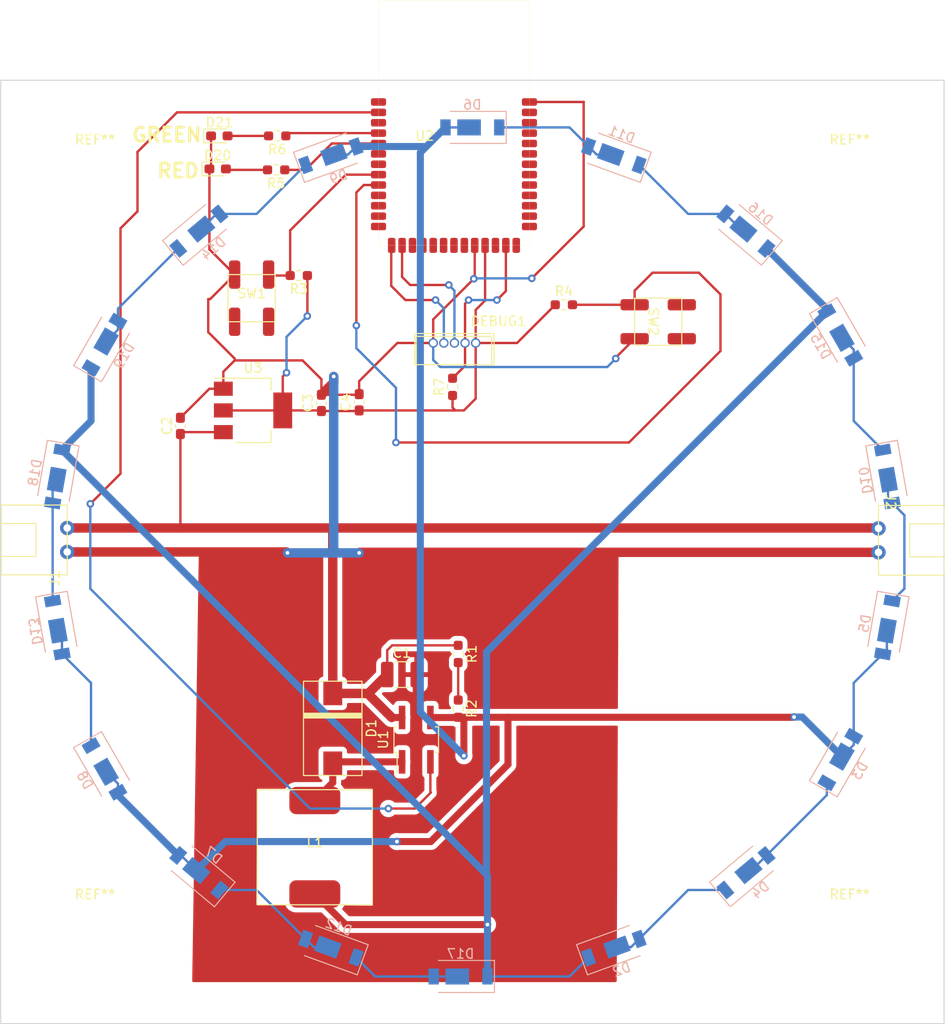
<source format=kicad_pcb>
(kicad_pcb (version 20211014) (generator pcbnew)
  (layers (0 "F.Cu" signal) (31 "B.Cu" signal) (34 "B.Paste" user) (35 "F.Paste" user) (36 "B.SilkS" user "B.Silkscreen") (37 "F.SilkS" user "F.Silkscreen") (38 "B.Mask" user) (39 "F.Mask" user) (44 "Edge.Cuts" user))
  (net 0 "")
  (net 1 "+12V")
  (net 2 "GND")
  (net 3 "+3V3")
  (net 4 "Net-(L1-Pad1)")
  (net 5 "Net-(L1-Pad2)")
  (net 6 "Net-(D2-Pad2)")
  (net 7 "Net-(D3-Pad1)")
  (net 8 "Net-(R2-Pad2)")
  (net 9 "Net-(D5-Pad1)")
  (net 10 "Net-(D6-Pad1)")
  (net 11 "Net-(D7-Pad1)")
  (net 12 "Net-(D8-Pad1)")
  (net 13 "Net-(D9-Pad1)")
  (net 14 "Net-(D10-Pad1)")
  (net 15 "Net-(D11-Pad1)")
  (net 16 "Net-(D12-Pad1)")
  (net 17 "Net-(D13-Pad1)")
  (net 18 "Net-(D14-Pad1)")
  (net 19 "Net-(R5-Pad2)")
  (net 20 "Net-(R6-Pad2)")
  (net 21 "/TMSC")
  (net 22 "/TCKC")
  (net 23 "/RESET")
  (net 24 "Net-(R1-Pad2)")
  (net 25 "/BTN_LEFT")
  (net 26 "/BTN_RIGHT")
  (net 31 "/DIM")
  (net 59 "/LED_GREEN")
  (net 60 "/LED_RED")
  (footprint "custom:XH2-H" (layer "F.Cu") (at 107.049 100 90)
    (fp_text reference "J1" (at -2.8 -1.3 90 unlocked) (layer "F.SilkS"))
    (fp_text value "XH2-L")
    (pad "1" thru_hole circle (at 0 0 90) (size 1.524 1.524) (drill 0.8) (layers *.Cu *.Mask) (net 2 "GND"))
    (pad "2" thru_hole circle (at 2.54 0 90) (size 1.524 1.524) (drill 0.8) (layers *.Cu *.Mask) (net 1 "+12V"))
  )
  (footprint "Package_TO_SOT_SMD:SOT-223" (layer "F.Cu") (at 126.75 85)
    (fp_text reference "U3" (at 0 -4.5) (layer "F.SilkS"))
    (fp_text value "LM1117-3.3")
    (pad "1" smd rect (at -3.15 -2.3) (size 2 1.5) (layers "F.Cu" "F.Paste" "F.Mask") (net 2 "GND"))
    (pad "2" smd rect (at -3.15 0) (size 2 1.5) (layers "F.Cu" "F.Paste" "F.Mask") (net 3 "+3V3"))
    (pad "3" smd rect (at -3.15 2.3) (size 2 1.5) (layers "F.Cu" "F.Paste" "F.Mask") (net 1 "+12V"))
    (pad "4" smd rect (at 3.15 0) (size 2 3.8) (layers "F.Cu" "F.Paste" "F.Mask") (net 3 "+3V3"))
  )
  (footprint "custom:JST-5-male" (layer "F.Cu") (at 145.85 77.85)
    (fp_text reference "DEBUG1" (at 6.9 -2.3 unlocked) (layer "F.SilkS"))
    (fp_text value "JFT-5-MALE")
    (pad "1" thru_hole circle (at 0 0) (size 1 1) (drill 0.7) (layers *.Cu *.Mask) (net 2 "GND"))
    (pad "2" thru_hole circle (at 1.125 0) (size 1 1) (drill 0.7) (layers *.Cu *.Mask) (net 21 "/TMSC"))
    (pad "3" thru_hole circle (at 2.25 0) (size 1 1) (drill 0.7) (layers *.Cu *.Mask) (net 22 "/TCKC"))
    (pad "4" thru_hole circle (at 3.375 0) (size 1 1) (drill 0.7) (layers *.Cu *.Mask) (net 23 "/RESET"))
    (pad "5" thru_hole circle (at 4.5 0) (size 1 1) (drill 0.7) (layers *.Cu *.Mask) (net 3 "+3V3"))
  )
  (footprint "custom:ButtonSMD" (layer "F.Cu") (at 126.6 73.1)
    (fp_text reference "SW1" (at 0 -0.5 unlocked) (layer "F.SilkS"))
    (fp_text value "ButtonSMD")
    (pad "1" smd roundrect (at -1.8 -2.5) (size 1.2 3) (layers "F.Cu" "F.Paste" "F.Mask") (net 2 "GND"))
    (pad "2" smd roundrect (at 1.8 -2.5) (size 1.2 3) (layers "F.Cu" "F.Paste" "F.Mask") (net 25 "/BTN_LEFT"))
    (pad "3" smd roundrect (at -1.8 2.5) (size 1.2 3) (layers "F.Cu" "F.Paste" "F.Mask"))
    (pad "4" smd roundrect (at 1.8 2.5) (size 1.2 3) (layers "F.Cu" "F.Paste" "F.Mask"))
  )
  (footprint "MountingHole:MountingHole_2.7mm" (layer "F.Cu") (at 110 60)
    (fp_text reference "REF**" (at 0 -3.7) (layer "F.SilkS"))
    (fp_text value "MountingHole_2.7mm")
    (pad "" np_thru_hole circle locked (at 0 0) (size 2.7 2.7) (drill 2.7) (layers *.Cu *.Mask))
  )
  (footprint "MountingHole:MountingHole_2.7mm" (layer "F.Cu") (at 190 140)
    (fp_text reference "REF**" (at 0 -3.7) (layer "F.SilkS"))
    (fp_text value "MountingHole_2.7mm")
    (pad "" np_thru_hole circle locked (at 0 0) (size 2.7 2.7) (drill 2.7) (layers *.Cu *.Mask))
  )
  (footprint "Resistor_SMD:R_0603_1608Metric_Pad0.98x0.95mm_HandSolder" (layer "F.Cu") (at 148.5 110.8125 -90)
    (fp_text reference "R1" (at 0 -1.43 90) (layer "F.SilkS"))
    (fp_text value "0.13")
    (pad "1" smd roundrect (at -0.9125 0 270) (size 0.975 0.95) (layers "F.Cu" "F.Paste" "F.Mask") (net 1 "+12V"))
    (pad "2" smd roundrect (at 0.9125 0 270) (size 0.975 0.95) (layers "F.Cu" "F.Paste" "F.Mask") (net 24 "Net-(R1-Pad2)"))
  )
  (footprint "Capacitor_SMD:C_1210_3225Metric_Pad1.33x2.70mm_HandSolder" (layer "F.Cu") (at 142.5375 113)
    (fp_text reference "C1" (at 0 -2.3) (layer "F.SilkS"))
    (fp_text value "100uf")
    (pad "1" smd roundrect (at -1.5625 0) (size 1.325 2.7) (layers "F.Cu" "F.Paste" "F.Mask") (roundrect_rratio 0.1886792453) (net 1 "+12V"))
    (pad "2" smd roundrect (at 1.5625 0) (size 1.325 2.7) (layers "F.Cu" "F.Paste" "F.Mask") (roundrect_rratio 0.1886792453) (net 2 "GND"))
  )
  (footprint "Capacitor_SMD:C_0603_1608Metric_Pad1.08x0.95mm_HandSolder" (layer "F.Cu") (at 119.05 86.6375 90)
    (fp_text reference "C2" (at 0 -1.43 90) (layer "F.SilkS"))
    (fp_text value "10uF")
    (pad "1" smd roundrect (at -0.8625 0 90) (size 1.075 0.95) (layers "F.Cu" "F.Paste" "F.Mask") (net 1 "+12V"))
    (pad "2" smd roundrect (at 0.8625 0 90) (size 1.075 0.95) (layers "F.Cu" "F.Paste" "F.Mask") (net 2 "GND"))
  )
  (footprint "custom:ButtonSMD" (layer "F.Cu") (at 169.7 75.6 90)
    (fp_text reference "SW2" (at 0 -0.5 270 unlocked) (layer "F.SilkS"))
    (fp_text value "ButtonSMD")
    (pad "1" smd roundrect (at -1.8 -2.5 90) (size 1.2 3) (layers "F.Cu" "F.Paste" "F.Mask") (net 2 "GND"))
    (pad "2" smd roundrect (at 1.8 -2.5 90) (size 1.2 3) (layers "F.Cu" "F.Paste" "F.Mask") (net 26 "/BTN_RIGHT"))
    (pad "3" smd roundrect (at -1.8 2.5 90) (size 1.2 3) (layers "F.Cu" "F.Paste" "F.Mask"))
    (pad "4" smd roundrect (at 1.8 2.5 90) (size 1.2 3) (layers "F.Cu" "F.Paste" "F.Mask"))
  )
  (footprint "Capacitor_SMD:C_0603_1608Metric_Pad1.08x0.95mm_HandSolder" (layer "F.Cu") (at 138 84.1375 90)
    (fp_text reference "C4" (at 0 -1.43 90) (layer "F.SilkS"))
    (fp_text value "100nF")
    (pad "1" smd roundrect (at -0.8625 0 90) (size 1.075 0.95) (layers "F.Cu" "F.Paste" "F.Mask") (net 3 "+3V3"))
    (pad "2" smd roundrect (at 0.8625 0 90) (size 1.075 0.95) (layers "F.Cu" "F.Paste" "F.Mask") (net 2 "GND"))
  )
  (footprint "Resistor_SMD:R_0603_1608Metric_Pad0.98x0.95mm_HandSolder" (layer "F.Cu") (at 129.2 59.5 180)
    (fp_text reference "R5" (at 0 -1.43) (layer "F.SilkS"))
    (fp_text value "1k")
    (pad "1" smd roundrect (at -0.9125 0 180) (size 0.975 0.95) (layers "F.Cu" "F.Paste" "F.Mask") (net 59 "/LED_GREEN"))
    (pad "2" smd roundrect (at 0.9125 0 180) (size 0.975 0.95) (layers "F.Cu" "F.Paste" "F.Mask") (net 19 "Net-(R5-Pad2)"))
  )
  (footprint "Resistor_SMD:R_0603_1608Metric_Pad0.98x0.95mm_HandSolder" (layer "F.Cu") (at 159.7 73.8)
    (fp_text reference "R4" (at 0 -1.43) (layer "F.SilkS"))
    (fp_text value "1k")
    (pad "1" smd roundrect (at -0.9125 0) (size 0.975 0.95) (layers "F.Cu" "F.Paste" "F.Mask") (net 3 "+3V3"))
    (pad "2" smd roundrect (at 0.9125 0) (size 0.975 0.95) (layers "F.Cu" "F.Paste" "F.Mask") (net 26 "/BTN_RIGHT"))
  )
  (footprint "Resistor_SMD:R_0603_1608Metric_Pad0.98x0.95mm_HandSolder" (layer "F.Cu") (at 129.3125 55.9 180)
    (fp_text reference "R6" (at 0 -1.43) (layer "F.SilkS"))
    (fp_text value "1k")
    (pad "1" smd roundrect (at -0.9125 0 180) (size 0.975 0.95) (layers "F.Cu" "F.Paste" "F.Mask") (net 60 "/LED_RED"))
    (pad "2" smd roundrect (at 0.9125 0 180) (size 0.975 0.95) (layers "F.Cu" "F.Paste" "F.Mask") (net 20 "Net-(R6-Pad2)"))
  )
  (footprint "MountingHole:MountingHole_2.7mm" (layer "F.Cu") (at 190 60)
    (fp_text reference "REF**" (at 0 -3.7) (layer "F.SilkS"))
    (fp_text value "MountingHole_2.7mm")
    (pad "" np_thru_hole circle locked (at 0 0) (size 2.7 2.7) (drill 2.7) (layers *.Cu *.Mask))
  )
  (footprint "LED_SMD:LED_0603_1608Metric_Pad1.05x0.95mm_HandSolder" (layer "F.Cu") (at 123.175 55.9)
    (fp_text reference "D21" (at 0 -1.43) (layer "F.SilkS"))
    (fp_text value "LED")
    (pad "1" smd roundrect (at -0.875 0) (size 1.05 0.95) (layers "F.Cu" "F.Paste" "F.Mask") (net 2 "GND"))
    (pad "2" smd roundrect (at 0.875 0) (size 1.05 0.95) (layers "F.Cu" "F.Paste" "F.Mask") (net 20 "Net-(R6-Pad2)"))
  )
  (footprint "Resistor_SMD:R_0603_1608Metric_Pad0.98x0.95mm_HandSolder" (layer "F.Cu") (at 131.6 70.7 180)
    (fp_text reference "R3" (at 0 -1.43) (layer "F.SilkS"))
    (fp_text value "1k")
    (pad "1" smd roundrect (at -0.9125 0 180) (size 0.975 0.95) (layers "F.Cu" "F.Paste" "F.Mask") (net 3 "+3V3"))
    (pad "2" smd roundrect (at 0.9125 0 180) (size 0.975 0.95) (layers "F.Cu" "F.Paste" "F.Mask") (net 25 "/BTN_LEFT"))
  )
  (footprint "LED_SMD:LED_0603_1608Metric_Pad1.05x0.95mm_HandSolder" (layer "F.Cu") (at 123 59.4)
    (fp_text reference "D20" (at 0 -1.43) (layer "F.SilkS"))
    (fp_text value "LED")
    (pad "1" smd roundrect (at -0.875 0) (size 1.05 0.95) (layers "F.Cu" "F.Paste" "F.Mask") (net 2 "GND"))
    (pad "2" smd roundrect (at 0.875 0) (size 1.05 0.95) (layers "F.Cu" "F.Paste" "F.Mask") (net 19 "Net-(R5-Pad2)"))
  )
  (footprint "custom:SS34" (layer "F.Cu") (at 135.2 118.7 -90)
    (fp_text reference "D1" (at 0 -4.1 90) (layer "F.SilkS"))
    (fp_text value "SS34")
    (pad "1" smd rect (at -3.7 0) (size 2 2.5) (layers "F.Cu" "F.Paste" "F.Mask") (net 1 "+12V"))
    (pad "2" smd rect (at 3.7 0) (size 2 2.5) (layers "F.Cu" "F.Paste" "F.Mask") (net 4 "Net-(L1-Pad1)"))
  )
  (footprint "custom:XH2-H" (layer "F.Cu") (at 193.051 97.5 -90)
    (fp_text reference "J2" (at -2.8 -1.3 -90 unlocked) (layer "F.SilkS"))
    (fp_text value "XH2-L")
    (pad "1" thru_hole circle (at 0 0 270) (size 1.524 1.524) (drill 0.8) (layers *.Cu *.Mask) (net 1 "+12V"))
    (pad "2" thru_hole circle (at 2.54 0 270) (size 1.524 1.524) (drill 0.8) (layers *.Cu *.Mask) (net 2 "GND"))
  )
  (footprint "MountingHole:MountingHole_2.7mm" (layer "F.Cu") (at 110 140)
    (fp_text reference "REF**" (at 0 -3.7) (layer "F.SilkS"))
    (fp_text value "MountingHole_2.7mm")
    (pad "" np_thru_hole circle locked (at 0 0) (size 2.7 2.7) (drill 2.7) (layers *.Cu *.Mask))
  )
  (footprint "Resistor_SMD:R_0603_1608Metric_Pad0.98x0.95mm_HandSolder" (layer "F.Cu") (at 148.5 116.6125 -90)
    (fp_text reference "R2" (at 0 -1.43 90) (layer "F.SilkS"))
    (fp_text value "0.13")
    (pad "1" smd roundrect (at -0.9125 0 270) (size 0.975 0.95) (layers "F.Cu" "F.Paste" "F.Mask") (net 24 "Net-(R1-Pad2)"))
    (pad "2" smd roundrect (at 0.9125 0 270) (size 0.975 0.95) (layers "F.Cu" "F.Paste" "F.Mask") (net 8 "Net-(R2-Pad2)"))
  )
  (footprint "Resistor_SMD:R_0603_1608Metric_Pad0.98x0.95mm_HandSolder" (layer "F.Cu") (at 147.9 82.5 90)
    (fp_text reference "R7" (at 0 -1.43 90) (layer "F.SilkS"))
    (fp_text value "4.7k")
    (pad "1" smd roundrect (at -0.9125 0 90) (size 0.975 0.95) (layers "F.Cu" "F.Paste" "F.Mask") (net 3 "+3V3"))
    (pad "2" smd roundrect (at 0.9125 0 90) (size 0.975 0.95) (layers "F.Cu" "F.Paste" "F.Mask") (net 23 "/RESET"))
  )
  (footprint "Package_TO_SOT_SMD:SOT-89-5_Handsoldering" (layer "F.Cu") (at 144.05 119.9 90)
    (fp_text reference "U1" (at 0 -3.5 90) (layer "F.SilkS"))
    (fp_text value "PT4115")
    (pad "1" smd rect (at -2.35 -1.5 90) (size 2.5 0.7) (layers "F.Cu" "F.Paste" "F.Mask") (net 4 "Net-(L1-Pad1)"))
    (pad "2" smd custom (at 0 0 90) (size 0.8 2) (layers "F.Cu" "F.Paste" "F.Mask") (net 2 "GND") (options (clearance outline) (anchor rect)) (primitives (gr_poly (pts (xy 0.9 -0.5) (xy 3.6 -0.5) (xy 3.6 0.5) (xy 0.9 0.5) (xy 0.4 1) (xy -0.4 1) (xy -0.9 0.5) (xy -3.6 0.5) (xy -3.6 -0.5) (xy -0.9 -0.5) (xy -0.4 -1) (xy 0.4 -1)) (width 0) (fill yes))))
    (pad "3" smd rect (at -2.35 1.5 90) (size 2.5 0.7) (layers "F.Cu" "F.Paste" "F.Mask") (net 31 "/DIM"))
    (pad "4" smd rect (at 2.35 1.5 90) (size 2.5 0.7) (layers "F.Cu" "F.Paste" "F.Mask") (net 8 "Net-(R2-Pad2)"))
    (pad "5" smd rect (at 2.35 -1.5 90) (size 2.5 0.7) (layers "F.Cu" "F.Paste" "F.Mask") (net 1 "+12V"))
  )
  (footprint "custom:E72-2G4M05S1F" (layer "F.Cu") (at 140.05 67.505)
    (fp_text reference "U2" (at 4.9 -11.6 unlocked) (layer "F.SilkS"))
    (fp_text value "E72-2G4M05S1F")
    (pad "1" smd roundrect (at 0 -15.2) (size 1.6 0.8) (layers "F.Cu" "F.Paste" "F.Mask"))
    (pad "2" smd roundrect (at 0 -14.1) (size 1.6 0.8) (layers "F.Cu" "F.Paste" "F.Mask") (net 31 "/DIM"))
    (pad "3" smd roundrect (at 0 -13) (size 1.6 0.8) (layers "F.Cu" "F.Paste" "F.Mask"))
    (pad "4" smd roundrect (at 0 -11.9) (size 1.6 0.8) (layers "F.Cu" "F.Paste" "F.Mask") (net 60 "/LED_RED"))
    (pad "5" smd roundrect (at 0 -10.8) (size 1.6 0.8) (layers "F.Cu" "F.Paste" "F.Mask") (net 59 "/LED_GREEN"))
    (pad "6" smd roundrect (at 0 -9.7) (size 1.6 0.8) (layers "F.Cu" "F.Paste" "F.Mask"))
    (pad "7" smd roundrect (at 0 -8.6) (size 1.6 0.8) (layers "F.Cu" "F.Paste" "F.Mask"))
    (pad "8" smd roundrect (at 0 -7.5) (size 1.6 0.8) (layers "F.Cu" "F.Paste" "F.Mask") (net 25 "/BTN_LEFT"))
    (pad "9" smd roundrect (at 0 -6.4) (size 1.6 0.8) (layers "F.Cu" "F.Paste" "F.Mask") (net 26 "/BTN_RIGHT"))
    (pad "10" smd roundrect (at 0 -5.3) (size 1.6 0.8) (layers "F.Cu" "F.Paste" "F.Mask"))
    (pad "11" smd roundrect (at 0 -4.2) (size 1.6 0.8) (layers "F.Cu" "F.Paste" "F.Mask"))
    (pad "12" smd roundrect (at 0 -3.1) (size 1.6 0.8) (layers "F.Cu" "F.Paste" "F.Mask"))
    (pad "13" smd roundrect (at 0 -2) (size 1.6 0.8) (layers "F.Cu" "F.Paste" "F.Mask"))
    (pad "14" smd roundrect (at 1.4 0) (size 0.8 1.6) (layers "F.Cu" "F.Paste" "F.Mask") (net 21 "/TMSC"))
    (pad "15" smd roundrect (at 2.5 0) (size 0.8 1.6) (layers "F.Cu" "F.Paste" "F.Mask") (net 22 "/TCKC"))
    (pad "16" smd roundrect (at 3.6 0) (size 0.8 1.6) (layers "F.Cu" "F.Paste" "F.Mask"))
    (pad "17" smd roundrect (at 4.7 0) (size 0.8 1.6) (layers "F.Cu" "F.Paste" "F.Mask"))
    (pad "18" smd roundrect (at 5.8 0) (size 0.8 1.6) (layers "F.Cu" "F.Paste" "F.Mask"))
    (pad "19" smd roundrect (at 6.9 0) (size 0.8 1.6) (layers "F.Cu" "F.Paste" "F.Mask"))
    (pad "20" smd roundrect (at 8 0) (size 0.8 1.6) (layers "F.Cu" "F.Paste" "F.Mask"))
    (pad "21" smd roundrect (at 9.1 0) (size 0.8 1.6) (layers "F.Cu" "F.Paste" "F.Mask"))
    (pad "22" smd roundrect (at 10.2 0) (size 0.8 1.6) (layers "F.Cu" "F.Paste" "F.Mask") (net 2 "GND"))
    (pad "23" smd roundrect (at 11.3 0) (size 0.8 1.6) (layers "F.Cu" "F.Paste" "F.Mask") (net 3 "+3V3"))
    (pad "24" smd roundrect (at 12.4 0) (size 0.8 1.6) (layers "F.Cu" "F.Paste" "F.Mask"))
    (pad "25" smd roundrect (at 13.5 0) (size 0.8 1.6) (layers "F.Cu" "F.Paste" "F.Mask") (net 23 "/RESET"))
    (pad "26" smd roundrect (at 14.6 0) (size 0.8 1.6) (layers "F.Cu" "F.Paste" "F.Mask"))
    (pad "27" smd roundrect (at 16 -2) (size 1.6 0.8) (layers "F.Cu" "F.Paste" "F.Mask"))
    (pad "28" smd roundrect (at 16 -3.1) (size 1.6 0.8) (layers "F.Cu" "F.Paste" "F.Mask"))
    (pad "29" smd roundrect (at 16 -4.2) (size 1.6 0.8) (layers "F.Cu" "F.Paste" "F.Mask"))
    (pad "30" smd roundrect (at 16 -5.3) (size 1.6 0.8) (layers "F.Cu" "F.Paste" "F.Mask"))
    (pad "31" smd roundrect (at 16 -6.4) (size 1.6 0.8) (layers "F.Cu" "F.Paste" "F.Mask"))
    (pad "32" smd roundrect (at 16 -7.5) (size 1.6 0.8) (layers "F.Cu" "F.Paste" "F.Mask"))
    (pad "33" smd roundrect (at 16 -8.6) (size 1.6 0.8) (layers "F.Cu" "F.Paste" "F.Mask"))
    (pad "34" smd roundrect (at 16 -9.7) (size 1.6 0.8) (layers "F.Cu" "F.Paste" "F.Mask"))
    (pad "35" smd roundrect (at 16 -10.8) (size 1.6 0.8) (layers "F.Cu" "F.Paste" "F.Mask"))
    (pad "36" smd roundrect (at 16 -11.9) (size 1.6 0.8) (layers "F.Cu" "F.Paste" "F.Mask"))
    (pad "37" smd roundrect (at 16 -13) (size 1.6 0.8) (layers "F.Cu" "F.Paste" "F.Mask"))
    (pad "38" smd roundrect (at 16 -14.1) (size 1.6 0.8) (layers "F.Cu" "F.Paste" "F.Mask"))
    (pad "39" smd roundrect (at 16 -15.2) (size 1.6 0.8) (layers "F.Cu" "F.Paste" "F.Mask") (net 2 "GND"))
  )
  (footprint "Capacitor_SMD:C_0603_1608Metric_Pad1.08x0.95mm_HandSolder" (layer "F.Cu") (at 134 84.2 90)
    (fp_text reference "C3" (at 0 -1.43 90) (layer "F.SilkS"))
    (fp_text value "10uF")
    (pad "1" smd roundrect (at -0.8625 0 90) (size 1.075 0.95) (layers "F.Cu" "F.Paste" "F.Mask") (net 3 "+3V3"))
    (pad "2" smd roundrect (at 0.8625 0 90) (size 1.075 0.95) (layers "F.Cu" "F.Paste" "F.Mask") (net 2 "GND"))
  )
  (footprint "custom:RH127" (layer "F.Cu") (at 133.3 131.3)
    (fp_text reference "L1" (at 0 -0.5 unlocked) (layer "F.SilkS"))
    (fp_text value "68uh")
    (pad "1" smd roundrect (at 0 -4.95) (size 5.4 2.9) (layers "F.Cu" "F.Paste" "F.Mask") (net 4 "Net-(L1-Pad1)"))
    (pad "2" smd roundrect (at 0 4.95) (size 5.4 2.9) (layers "F.Cu" "F.Paste" "F.Mask") (net 5 "Net-(L1-Pad2)"))
  )
  (footprint "LED_SMD:LED_Yuji_5730" (layer "B.Cu") (at 135 142 160)
    (fp_text reference "D12" (at 0 2.4 160) (layer "B.SilkS") (effects (justify mirror)))
    (fp_text value "LED")
    (pad "1" smd rect (at -2.85 0 160) (size 1.1 1.7) (layers "B.Cu" "B.Paste" "B.Mask") (net 16 "Net-(D12-Pad1)"))
    (pad "2" smd rect (at 2.85 0 160) (size 1.1 1.7) (layers "B.Cu" "B.Paste" "B.Mask") (net 11 "Net-(D7-Pad1)"))
    (pad "2" smd rect (at 0.35 0 160) (size 2.5 1.7) (layers "B.Cu" "B.Paste" "B.Mask") (net 11 "Net-(D7-Pad1)"))
  )
  (footprint "LED_SMD:LED_Yuji_5730" (layer "B.Cu") (at 111 123 -60)
    (fp_text reference "D8" (at 0 2.4 120) (layer "B.SilkS") (effects (justify mirror)))
    (fp_text value "LED")
    (pad "1" smd rect (at -2.85 0 300) (size 1.1 1.7) (layers "B.Cu" "B.Paste" "B.Mask") (net 12 "Net-(D8-Pad1)"))
    (pad "2" smd rect (at 2.85 0 300) (size 1.1 1.7) (layers "B.Cu" "B.Paste" "B.Mask") (net 8 "Net-(R2-Pad2)"))
    (pad "2" smd rect (at 0.35 0 300) (size 2.5 1.7) (layers "B.Cu" "B.Paste" "B.Mask") (net 8 "Net-(R2-Pad2)"))
  )
  (footprint "LED_SMD:LED_Yuji_5730" (layer "B.Cu") (at 135 58 20)
    (fp_text reference "D9" (at 0 2.4 20) (layer "B.SilkS") (effects (justify mirror)))
    (fp_text value "LED")
    (pad "1" smd rect locked (at -2.85 0 20) (size 1.1 1.7) (layers "B.Cu" "B.Paste" "B.Mask") (net 13 "Net-(D9-Pad1)"))
    (pad "2" smd rect locked (at 2.85 0 20) (size 1.1 1.7) (layers "B.Cu" "B.Paste" "B.Mask") (net 8 "Net-(R2-Pad2)"))
    (pad "2" smd rect locked (at 0.35 0 20) (size 2.5 1.7) (layers "B.Cu" "B.Paste" "B.Mask") (net 8 "Net-(R2-Pad2)"))
  )
  (footprint "LED_SMD:LED_Yuji_5730" (layer "B.Cu") (at 111 78 60)
    (fp_text reference "D19" (at 0 2.4 60) (layer "B.SilkS") (effects (justify mirror)))
    (fp_text value "LED")
    (pad "1" smd rect locked (at -2.85 0 60) (size 1.1 1.7) (layers "B.Cu" "B.Paste" "B.Mask") (net 5 "Net-(L1-Pad2)"))
    (pad "2" smd rect locked (at 2.85 0 60) (size 1.1 1.7) (layers "B.Cu" "B.Paste" "B.Mask") (net 18 "Net-(D14-Pad1)"))
    (pad "2" smd rect locked (at 0.35 0 60) (size 2.5 1.7) (layers "B.Cu" "B.Paste" "B.Mask") (net 18 "Net-(D14-Pad1)"))
  )
  (footprint "LED_SMD:LED_Yuji_5730" (layer "B.Cu") (at 194 108 -100)
    (fp_text reference "D5" (at 0 2.4 80) (layer "B.SilkS") (effects (justify mirror)))
    (fp_text value "LED")
    (pad "1" smd rect locked (at -2.85 0 260) (size 1.1 1.7) (layers "B.Cu" "B.Paste" "B.Mask") (net 9 "Net-(D5-Pad1)"))
    (pad "2" smd rect locked (at 0.35 0 260) (size 2.5 1.7) (layers "B.Cu" "B.Paste" "B.Mask") (net 8 "Net-(R2-Pad2)"))
    (pad "2" smd rect locked (at 2.85 0 260) (size 1.1 1.7) (layers "B.Cu" "B.Paste" "B.Mask") (net 8 "Net-(R2-Pad2)"))
  )
  (footprint "LED_SMD:LED_Yuji_5730" (layer "B.Cu") (at 165 58 160)
    (fp_text reference "D11" (at 0 2.4 160) (layer "B.SilkS") (effects (justify mirror)))
    (fp_text value "LED")
    (pad "1" smd rect locked (at -2.85 0 160) (size 1.1 1.7) (layers "B.Cu" "B.Paste" "B.Mask") (net 15 "Net-(D11-Pad1)"))
    (pad "2" smd rect locked (at 2.85 0 160) (size 1.1 1.7) (layers "B.Cu" "B.Paste" "B.Mask") (net 10 "Net-(D6-Pad1)"))
    (pad "2" smd rect locked (at 0.35 0 160) (size 2.5 1.7) (layers "B.Cu" "B.Paste" "B.Mask") (net 10 "Net-(D6-Pad1)"))
  )
  (footprint "LED_SMD:LED_Yuji_5730" (layer "B.Cu") (at 189 77 -60)
    (fp_text reference "D15" (at 0 2.4 120) (layer "B.SilkS") (effects (justify mirror)))
    (fp_text value "LED")
    (pad "1" smd rect locked (at -2.85 0 300) (size 1.1 1.7) (layers "B.Cu" "B.Paste" "B.Mask") (net 5 "Net-(L1-Pad2)"))
    (pad "2" smd rect locked (at 0.35 0 300) (size 2.5 1.7) (layers "B.Cu" "B.Paste" "B.Mask") (net 14 "Net-(D10-Pad1)"))
    (pad "2" smd rect locked (at 2.85 0 300) (size 1.1 1.7) (layers "B.Cu" "B.Paste" "B.Mask") (net 14 "Net-(D10-Pad1)"))
  )
  (footprint "LED_SMD:LED_Yuji_5730" (layer "B.Cu") (at 121 66 40)
    (fp_text reference "D14" (at 0 2.4 40) (layer "B.SilkS") (effects (justify mirror)))
    (fp_text value "LED")
    (pad "1" smd rect locked (at -2.85 0 40) (size 1.1 1.7) (layers "B.Cu" "B.Paste" "B.Mask") (net 18 "Net-(D14-Pad1)"))
    (pad "2" smd rect locked (at 2.85 0 40) (size 1.1 1.7) (layers "B.Cu" "B.Paste" "B.Mask") (net 13 "Net-(D9-Pad1)"))
    (pad "2" smd rect locked (at 0.35 0 40) (size 2.5 1.7) (layers "B.Cu" "B.Paste" "B.Mask") (net 13 "Net-(D9-Pad1)"))
  )
  (footprint "LED_SMD:LED_Yuji_5730" (layer "B.Cu") (at 179 66 140)
    (fp_text reference "D16" (at 0 2.4 140) (layer "B.SilkS") (effects (justify mirror)))
    (fp_text value "LED")
    (pad "1" smd rect locked (at -2.85 0 140) (size 1.1 1.7) (layers "B.Cu" "B.Paste" "B.Mask") (net 5 "Net-(L1-Pad2)"))
    (pad "2" smd rect locked (at 2.85 0 140) (size 1.1 1.7) (layers "B.Cu" "B.Paste" "B.Mask") (net 15 "Net-(D11-Pad1)"))
    (pad "2" smd rect locked (at 0.35 0 140) (size 2.5 1.7) (layers "B.Cu" "B.Paste" "B.Mask") (net 15 "Net-(D11-Pad1)"))
  )
  (footprint "LED_SMD:LED_Yuji_5730" (layer "B.Cu") (at 148.75 145 180)
    (fp_text reference "D17" (at 0 2.4) (layer "B.SilkS") (effects (justify mirror)))
    (fp_text value "LED")
    (pad "1" smd rect locked (at -2.85 0 180) (size 1.1 1.7) (layers "B.Cu" "B.Paste" "B.Mask") (net 5 "Net-(L1-Pad2)"))
    (pad "2" smd rect locked (at 2.85 0 180) (size 1.1 1.7) (layers "B.Cu" "B.Paste" "B.Mask") (net 16 "Net-(D12-Pad1)"))
    (pad "2" smd rect locked (at 0.35 0 180) (size 2.5 1.7) (layers "B.Cu" "B.Paste" "B.Mask") (net 16 "Net-(D12-Pad1)"))
  )
  (footprint "LED_SMD:LED_Yuji_5730" (layer "B.Cu") (at 194 92 -80)
    (fp_text reference "D10" (at 0 2.4 100) (layer "B.SilkS") (effects (justify mirror)))
    (fp_text value "LED")
    (pad "1" smd rect locked (at -2.85 0 280) (size 1.1 1.7) (layers "B.Cu" "B.Paste" "B.Mask") (net 14 "Net-(D10-Pad1)"))
    (pad "2" smd rect locked (at 2.85 0 280) (size 1.1 1.7) (layers "B.Cu" "B.Paste" "B.Mask") (net 9 "Net-(D5-Pad1)"))
    (pad "2" smd rect locked (at 0.35 0 280) (size 2.5 1.7) (layers "B.Cu" "B.Paste" "B.Mask") (net 9 "Net-(D5-Pad1)"))
  )
  (footprint "LED_SMD:LED_Yuji_5730" (layer "B.Cu") (at 189 122 60)
    (fp_text reference "D3" (at 0 2.4 60) (layer "B.SilkS") (effects (justify mirror)))
    (fp_text value "LED")
    (pad "1" smd rect locked (at -2.85 0 60) (size 1.1 1.7) (layers "B.Cu" "B.Paste" "B.Mask") (net 7 "Net-(D3-Pad1)"))
    (pad "2" smd rect locked (at 2.85 0 60) (size 1.1 1.7) (layers "B.Cu" "B.Paste" "B.Mask") (net 8 "Net-(R2-Pad2)"))
    (pad "2" smd rect locked (at 0.35 0 60) (size 2.5 1.7) (layers "B.Cu" "B.Paste" "B.Mask") (net 8 "Net-(R2-Pad2)"))
  )
  (footprint "LED_SMD:LED_Yuji_5730" (layer "B.Cu") (at 121 134 140)
    (fp_text reference "D7" (at 0 2.4 140) (layer "B.SilkS") (effects (justify mirror)))
    (fp_text value "LED")
    (pad "1" smd rect (at -2.85 0 140) (size 1.1 1.7) (layers "B.Cu" "B.Paste" "B.Mask") (net 11 "Net-(D7-Pad1)"))
    (pad "2" smd rect (at 0.35 0 140) (size 2.5 1.7) (layers "B.Cu" "B.Paste" "B.Mask") (net 8 "Net-(R2-Pad2)"))
    (pad "2" smd rect (at 2.85 0 140) (size 1.1 1.7) (layers "B.Cu" "B.Paste" "B.Mask") (net 8 "Net-(R2-Pad2)"))
  )
  (footprint "LED_SMD:LED_Yuji_5730" (layer "B.Cu") (at 165 142 20)
    (fp_text reference "D2" (at 0 2.4 20) (layer "B.SilkS") (effects (justify mirror)))
    (fp_text value "LED")
    (pad "1" smd rect locked (at -2.85 0 20) (size 1.1 1.7) (layers "B.Cu" "B.Paste" "B.Mask") (net 5 "Net-(L1-Pad2)"))
    (pad "2" smd rect locked (at 2.85 0 20) (size 1.1 1.7) (layers "B.Cu" "B.Paste" "B.Mask") (net 6 "Net-(D2-Pad2)"))
    (pad "2" smd rect locked (at 0.35 0 20) (size 2.5 1.7) (layers "B.Cu" "B.Paste" "B.Mask") (net 6 "Net-(D2-Pad2)"))
  )
  (footprint "LED_SMD:LED_Yuji_5730" (layer "B.Cu") (at 106 92 -100)
    (fp_text reference "D18" (at 0 2.4 80) (layer "B.SilkS") (effects (justify mirror)))
    (fp_text value "LED")
    (pad "1" smd rect (at -2.85 0 260) (size 1.1 1.7) (layers "B.Cu" "B.Paste" "B.Mask") (net 5 "Net-(L1-Pad2)"))
    (pad "2" smd rect (at 0.35 0 260) (size 2.5 1.7) (layers "B.Cu" "B.Paste" "B.Mask") (net 17 "Net-(D13-Pad1)"))
    (pad "2" smd rect (at 2.85 0 260) (size 1.1 1.7) (layers "B.Cu" "B.Paste" "B.Mask") (net 17 "Net-(D13-Pad1)"))
  )
  (footprint "LED_SMD:LED_Yuji_5730" (layer "B.Cu") (at 106 108 -80)
    (fp_text reference "D13" (at 0 2.4 100) (layer "B.SilkS") (effects (justify mirror)))
    (fp_text value "LED")
    (pad "1" smd rect (at -2.85 0 280) (size 1.1 1.7) (layers "B.Cu" "B.Paste" "B.Mask") (net 17 "Net-(D13-Pad1)"))
    (pad "2" smd rect (at 0.35 0 280) (size 2.5 1.7) (layers "B.Cu" "B.Paste" "B.Mask") (net 12 "Net-(D8-Pad1)"))
    (pad "2" smd rect (at 2.85 0 280) (size 1.1 1.7) (layers "B.Cu" "B.Paste" "B.Mask") (net 12 "Net-(D8-Pad1)"))
  )
  (footprint "LED_SMD:LED_Yuji_5730" (layer "B.Cu") (at 150 55 180)
    (fp_text reference "D6" (at 0 2.4) (layer "B.SilkS") (effects (justify mirror)))
    (fp_text value "LED")
    (pad "1" smd rect locked (at -2.85 0 180) (size 1.1 1.7) (layers "B.Cu" "B.Paste" "B.Mask") (net 10 "Net-(D6-Pad1)"))
    (pad "2" smd rect locked (at 0.35 0 180) (size 2.5 1.7) (layers "B.Cu" "B.Paste" "B.Mask") (net 8 "Net-(R2-Pad2)"))
    (pad "2" smd rect locked (at 2.85 0 180) (size 1.1 1.7) (layers "B.Cu" "B.Paste" "B.Mask") (net 8 "Net-(R2-Pad2)"))
  )
  (footprint "LED_SMD:LED_Yuji_5730" (layer "B.Cu") (at 179 134 40)
    (fp_text reference "D4" (at 0 2.4 40) (layer "B.SilkS") (effects (justify mirror)))
    (fp_text value "LED")
    (pad "1" smd rect locked (at -2.85 0 40) (size 1.1 1.7) (layers "B.Cu" "B.Paste" "B.Mask") (net 6 "Net-(D2-Pad2)"))
    (pad "2" smd rect locked (at 0.35 0 40) (size 2.5 1.7) (layers "B.Cu" "B.Paste" "B.Mask") (net 7 "Net-(D3-Pad1)"))
    (pad "2" smd rect locked (at 2.85 0 40) (size 1.1 1.7) (layers "B.Cu" "B.Paste" "B.Mask") (net 7 "Net-(D3-Pad1)"))
  )
  (gr_rect (start 100 50) (end 200 150) (layer "Edge.Cuts") (width 0.1) (fill none))
  (gr_text "RED" (at 118.8 59.6) (layer "F.SilkS") (effects (font (size 1.5 1.5) (thickness 0.3))))
  (gr_text "GREEN" (at 117.6 55.8) (layer "F.SilkS") (effects (font (size 1.5 1.5) (thickness 0.3))))
  (segment (start 139 114.975) (end 140.975 113) (width 1) (layer "F.Cu") (net 1))
  (segment (start 119.05 87.5) (end 119.25 87.3) (width 0.25) (layer "F.Cu") (net 1))
  (segment (start 119.25 87.3) (end 123.6 87.3) (width 0.25) (layer "F.Cu") (net 1))
  (segment (start 107.049 97.46) (end 119.14 97.46) (width 1) (layer "F.Cu") (net 1))
  (segment (start 148.5 109.9) (end 141.5 109.9) (width 0.25) (layer "F.Cu") (net 1))
  (segment (start 140.975 110.425) (end 140.975 113) (width 0.25) (layer "F.Cu") (net 1))
  (segment (start 138.975 115) (end 140.975 113) (width 0.25) (layer "F.Cu") (net 1))
  (segment (start 135.2 97.8) (end 135.54 97.46) (width 0.25) (layer "F.Cu") (net 1))
  (segment (start 135.54 97.46) (end 193.011 97.46) (width 1) (layer "F.Cu") (net 1))
  (segment (start 119.05 87.5) (end 119.05 97.37) (width 0.25) (layer "F.Cu") (net 1))
  (segment (start 193.011 97.46) (end 193.051 97.5) (width 0.25) (layer "F.Cu") (net 1))
  (segment (start 135.2 115) (end 138.975 115) (width 1) (layer "F.Cu") (net 1))
  (segment (start 135.2 115) (end 135.2 97.8) (width 1) (layer "F.Cu") (net 1))
  (segment (start 119.14 97.46) (end 135.54 97.46) (width 1) (layer "F.Cu") (net 1))
  (segment (start 119.05 97.37) (end 119.14 97.46) (width 0.25) (layer "F.Cu") (net 1))
  (segment (start 139 115.1) (end 139 114.975) (width 0.25) (layer "F.Cu") (net 1))
  (segment (start 142.55 117.55) (end 141.45 117.55) (width 0.75) (layer "F.Cu") (net 1))
  (segment (start 141.5 109.9) (end 140.975 110.425) (width 0.25) (layer "F.Cu") (net 1))
  (segment (start 141.45 117.55) (end 139 115.1) (width 1) (layer "F.Cu") (net 1))
  (segment (start 123.6 82.7) (end 122.125 82.7) (width 0.25) (layer "F.Cu") (net 2))
  (segment (start 161.8 52.3) (end 161.8 65.5) (width 0.25) (layer "F.Cu") (net 2))
  (segment (start 138 81.9) (end 138 83.275) (width 0.25) (layer "F.Cu") (net 2))
  (segment (start 145.85 77.85) (end 142.05 77.85) (width 0.25) (layer "F.Cu") (net 2))
  (segment (start 122.2 73.2) (end 122 73.2) (width 0.25) (layer "F.Cu") (net 2))
  (segment (start 135.3 82.0375) (end 134 83.3375) (width 1) (layer "F.Cu") (net 2))
  (segment (start 122 76.7) (end 124.8 79.5) (width 0.25) (layer "F.Cu") (net 2))
  (segment (start 135.3 81.4) (end 135.3 82.0375) (width 1) (layer "F.Cu") (net 2))
  (segment (start 161.8 65.5) (end 156.3 71) (width 0.25) (layer "F.Cu") (net 2))
  (segment (start 124.8 70.6) (end 122.2 73.2) (width 0.25) (layer "F.Cu") (net 2))
  (segment (start 122.125 59.4) (end 122.125 67.925) (width 0.25) (layer "F.Cu") (net 2))
  (segment (start 161.795 52.305) (end 161.8 52.3) (width 0.25) (layer "F.Cu") (net 2))
  (segment (start 124.8 79.7) (end 123.6 80.9) (width 0.25) (layer "F.Cu") (net 2))
  (segment (start 122.125 82.7) (end 119.05 85.775) (width 0.25) (layer "F.Cu") (net 2))
  (segment (start 193.011 100) (end 193.051 100.04) (width 0.25) (layer "F.Cu") (net 2))
  (segment (start 130.3 100) (end 130.4 100.1) (width 0.25) (layer "F.Cu") (net 2))
  (segment (start 107.049 100) (end 130.3 100) (width 1) (layer "F.Cu") (net 2))
  (segment (start 137.9375 83.3375) (end 138 83.275) (width 0.25) (layer "F.Cu") (net 2))
  (segment (start 122 73.2) (end 122 76.7) (width 0.25) (layer "F.Cu") (net 2))
  (segment (start 138 100.1) (end 138.06 100.04) (width 0.25) (layer "F.Cu") (net 2))
  (segment (start 150.25 70.95) (end 150.15 71.05) (width 0.25) (layer "F.Cu") (net 2))
  (segment (start 138.06 100.04) (end 193.051 100.04) (width 1) (layer "F.Cu") (net 2))
  (segment (start 132 79.7) (end 124.8 79.7) (width 0.25) (layer "F.Cu") (net 2))
  (segment (start 150.15 71.05) (end 145.85 75.35) (width 0.25) (layer "F.Cu") (net 2))
  (segment (start 156.05 52.305) (end 161.795 52.305) (width 0.25) (layer "F.Cu") (net 2))
  (segment (start 144.05 119.9) (end 144.05 113.05) (width 0.75) (layer "F.Cu") (net 2))
  (segment (start 142.05 77.85) (end 138 81.9) (width 0.25) (layer "F.Cu") (net 2))
  (segment (start 134 83.3375) (end 134 81.7) (width 0.25) (layer "F.Cu") (net 2))
  (segment (start 134 81.7) (end 132 79.7) (width 0.25) (layer "F.Cu") (net 2))
  (segment (start 150.25 67.505) (end 150.25 70.95) (width 0.25) (layer "F.Cu") (net 2))
  (segment (start 122.125 67.925) (end 124.8 70.6) (width 0.25) (layer "F.Cu") (net 2))
  (segment (start 122.3 59.225) (end 122.125 59.4) (width 0.25) (layer "F.Cu") (net 2))
  (segment (start 122.3 55.9) (end 122.3 59.225) (width 0.25) (layer "F.Cu") (net 2))
  (segment (start 134 83.3375) (end 137.9375 83.3375) (width 0.25) (layer "F.Cu") (net 2))
  (segment (start 145.85 75.35) (end 145.85 77.85) (width 0.25) (layer "F.Cu") (net 2))
  (segment (start 124.8 79.5) (end 124.8 79.7) (width 0.25) (layer "F.Cu") (net 2))
  (segment (start 165.2 79.4) (end 167.2 77.4) (width 0.25) (layer "F.Cu") (net 2))
  (segment (start 144.05 113.05) (end 144.1 113) (width 0.25) (layer "F.Cu") (net 2))
  (segment (start 165.2 79.5) (end 165.2 79.4) (width 0.25) (layer "F.Cu") (net 2))
  (segment (start 123.6 80.9) (end 123.6 82.7) (width 0.25) (layer "F.Cu") (net 2))
  (via (at 156.3 71) (size 0.8) (drill 0.4) (layers "F.Cu" "B.Cu") (net 2))
  (via (at 150.15 71.05) (size 0.8) (drill 0.4) (layers "F.Cu" "B.Cu") (net 2))
  (via (at 138 100.1) (size 0.8) (drill 0.4) (layers "F.Cu" "B.Cu") (net 2))
  (via (at 165.2 79.5) (size 0.8) (drill 0.4) (layers "F.Cu" "B.Cu") (net 2))
  (via (at 130.4 100.1) (size 0.8) (drill 0.4) (layers "F.Cu" "B.Cu") (net 2))
  (via (at 135.3 81.4) (size 0.8) (drill 0.4) (layers "F.Cu" "B.Cu") (net 2))
  (segment (start 164.3 80.4) (end 165.2 79.5) (width 0.25) (layer "B.Cu") (net 2))
  (segment (start 130.4 100.1) (end 135.3 100.1) (width 1) (layer "B.Cu") (net 2))
  (segment (start 135.3 100.1) (end 138 100.1) (width 1) (layer "B.Cu") (net 2))
  (segment (start 146.6 80.4) (end 164.3 80.4) (width 0.25) (layer "B.Cu") (net 2))
  (segment (start 156.3 71) (end 150.2 71) (width 0.25) (layer "B.Cu") (net 2))
  (segment (start 135.3 100.1) (end 135.3 81.4) (width 1) (layer "B.Cu") (net 2))
  (segment (start 145.85 79.65) (end 146.6 80.4) (width 0.25) (layer "B.Cu") (net 2))
  (segment (start 150.2 71) (end 150.15 71.05) (width 0.25) (layer "B.Cu") (net 2))
  (segment (start 145.85 77.85) (end 145.85 79.65) (width 0.25) (layer "B.Cu") (net 2))
  (segment (start 130.3 81) (end 129.9 81.4) (width 0.25) (layer "F.Cu") (net 3))
  (segment (start 148.1 85) (end 138 85) (width 0.25) (layer "F.Cu") (net 3))
  (segment (start 133.9375 85) (end 134 85.0625) (width 0.25) (layer "F.Cu") (net 3))
  (segment (start 150.35 74.35) (end 150.35 77.85) (width 0.25) (layer "F.Cu") (net 3))
  (segment (start 132.5125 70.7) (end 132.5125 74.9875) (width 0.25) (layer "F.Cu") (net 3))
  (segment (start 154.7375 77.85) (end 158.7875 73.8) (width 0.25) (layer "F.Cu") (net 3))
  (segment (start 149.1 85) (end 148.1 85) (width 0.25) (layer "F.Cu") (net 3))
  (segment (start 150.35 77.85) (end 154.7375 77.85) (width 0.25) (layer "F.Cu") (net 3))
  (segment (start 132.5125 74.9875) (end 132.5 75) (width 0.25) (layer "F.Cu") (net 3))
  (segment (start 123.6 85) (end 129.9 85) (width 0.25) (layer "F.Cu") (net 3))
  (segment (start 150.35 83.75) (end 149.1 85) (width 0.25) (layer "F.Cu") (net 3))
  (segment (start 150.35 77.85) (end 150.35 83.75) (width 0.25) (layer "F.Cu") (net 3))
  (segment (start 148.1 84.9) (end 148.1 85) (width 0.25) (layer "F.Cu") (net 3))
  (segment (start 137.9375 85.0625) (end 138 85) (width 0.25) (layer "F.Cu") (net 3))
  (segment (start 151.35 73.35) (end 150.35 74.35) (width 0.25) (layer "F.Cu") (net 3))
  (segment (start 129.9 81.4) (end 129.9 85) (width 0.25) (layer "F.Cu") (net 3))
  (segment (start 129.9 85) (end 133.9375 85) (width 0.25) (layer "F.Cu") (net 3))
  (segment (start 147.9 84.7) (end 148.1 84.9) (width 0.25) (layer "F.Cu") (net 3))
  (segment (start 151.35 67.505) (end 151.35 73.35) (width 0.25) (layer "F.Cu") (net 3))
  (segment (start 134 85.0625) (end 137.9375 85.0625) (width 0.25) (layer "F.Cu") (net 3))
  (segment (start 147.9 83.4125) (end 147.9 84.7) (width 0.25) (layer "F.Cu") (net 3))
  (via (at 130.3 81) (size 0.8) (drill 0.4) (layers "F.Cu" "B.Cu") (net 3))
  (via (at 132.5 75) (size 0.8) (drill 0.4) (layers "F.Cu" "B.Cu") (net 3))
  (segment (start 130.3 77.2) (end 130.3 81) (width 0.25) (layer "B.Cu") (net 3))
  (segment (start 132.5 75) (end 130.3 77.2) (width 0.25) (layer "B.Cu") (net 3))
  (segment (start 133.3 126.35) (end 135.2 124.45) (width 0.75) (layer "F.Cu") (net 4))
  (segment (start 135.2 124.45) (end 135.2 122.4) (width 0.75) (layer "F.Cu") (net 4))
  (segment (start 135.35 122.25) (end 135.2 122.4) (width 0.25) (layer "F.Cu") (net 4))
  (segment (start 142.55 122.25) (end 135.35 122.25) (width 0.75) (layer "F.Cu") (net 4))
  (segment (start 136.55 139.5) (end 151.6 139.5) (width 0.75) (layer "F.Cu") (net 5))
  (segment (start 133.3 136.25) (end 136.55 139.5) (width 0.75) (layer "F.Cu") (net 5))
  (via (at 151.6 139.5) (size 0.8) (drill 0.4) (layers "F.Cu" "B.Cu") (net 5))
  (segment (start 162.321876 142.974757) (end 160.296633 145) (width 0.25) (layer "B.Cu") (net 5))
  (segment (start 187.575 74.223718) (end 187.575 74.531828) (width 0.25) (layer "B.Cu") (net 5))
  (segment (start 187.575 74.531828) (end 151.5 110.606828) (width 0.75) (layer "B.Cu") (net 5))
  (segment (start 151.6 134.298401) (end 151.6 139.5) (width 0.75) (layer "B.Cu") (net 5))
  (segment (start 106.494897 89.193298) (end 109.575 86.113195) (width 0.75) (layer "B.Cu") (net 5))
  (segment (start 160.296633 145) (end 151.6 145) (width 0.25) (layer "B.Cu") (net 5))
  (segment (start 151.5 110.606828) (end 151.5 134) (width 0.75) (layer "B.Cu") (net 5))
  (segment (start 151.6 139.5) (end 151.6 145) (width 0.75) (layer "B.Cu") (net 5))
  (segment (start 109.575 86.113195) (end 109.575 80.468172) (width 0.75) (layer "B.Cu") (net 5))
  (segment (start 106.494897 89.193298) (end 151.6 134.298401) (width 0.75) (layer "B.Cu") (net 5))
  (segment (start 181.183227 67.831945) (end 187.575 74.223718) (width 0.75) (layer "B.Cu") (net 5))
  (segment (start 172.871422 135.831945) (end 167.678124 141.025243) (width 0.25) (layer "B.Cu") (net 6))
  (segment (start 166.823074 141.880293) (end 165.328892 141.880293) (width 0.25) (layer "B.Cu") (net 6))
  (segment (start 176.816773 135.831945) (end 172.871422 135.831945) (width 0.25) (layer "B.Cu") (net 6))
  (segment (start 167.678124 141.025243) (end 166.823074 141.880293) (width 0.25) (layer "B.Cu") (net 6))
  (segment (start 187.575 124.468172) (end 187.575 125.776282) (width 0.25) (layer "B.Cu") (net 7))
  (segment (start 179.576258 133.775024) (end 179.268116 133.775024) (width 0.25) (layer "B.Cu") (net 7))
  (segment (start 181.183227 132.168055) (end 179.576258 133.775024) (width 0.25) (layer "B.Cu") (net 7))
  (segment (start 187.575 125.776282) (end 181.183227 132.168055) (width 0.25) (layer "B.Cu") (net 7))
  (segment (start 148.975 117.525) (end 153.775 117.525) (width 0.75) (layer "F.Cu") (net 8))
  (segment (start 145.55 117.55) (end 148.475 117.55) (width 0.75) (layer "F.Cu") (net 8))
  (segment (start 149.1 121.6) (end 149.1 117.65) (width 0.75) (layer "F.Cu") (net 8))
  (segment (start 153.775 117.525) (end 184.075 117.525) (width 0.75) (layer "F.Cu") (net 8))
  (segment (start 153.775 122.525) (end 153.775 117.525) (width 0.75) (layer "F.Cu") (net 8))
  (segment (start 148.45 117.55) (end 148.5 117.5) (width 0.25) (layer "F.Cu") (net 8))
  (segment (start 149.1 117.65) (end 148.975 117.525) (width 0.25) (layer "F.Cu") (net 8))
  (segment (start 142 130.7) (end 145.6 130.7) (width 0.75) (layer "F.Cu") (net 8))
  (segment (start 184.075 117.525) (end 184.1 117.5) (width 0.25) (layer "F.Cu") (net 8))
  (segment (start 148.5 117.525) (end 148.975 117.525) (width 0.75) (layer "F.Cu") (net 8))
  (segment (start 145.6 130.7) (end 153.775 122.525) (width 0.75) (layer "F.Cu") (net 8))
  (segment (start 148.475 117.55) (end 148.5 117.525) (width 0.25) (layer "F.Cu") (net 8))
  (via (at 184.1 117.5) (size 0.8) (drill 0.4) (layers "F.Cu" "B.Cu") (net 8))
  (via (at 149.1 121.6) (size 0.8) (drill 0.4) (layers "F.Cu" "B.Cu") (net 8))
  (via (at 142 130.7) (size 0.8) (drill 0.4) (layers "F.Cu" "B.Cu") (net 8))
  (segment (start 184.1 117.5) (end 184.978109 117.5) (width 0.75) (layer "B.Cu") (net 8))
  (segment (start 137.678124 57.025243) (end 144.825243 57.025243) (width 0.75) (layer "B.Cu") (net 8))
  (segment (start 144.9 57.1) (end 145.05 57.1) (width 0.25) (layer "B.Cu") (net 8))
  (segment (start 123.7 130.806908) (end 123.7 130.8) (width 0.25) (layer "B.Cu") (net 8))
  (segment (start 120.731884 133.775024) (end 123.7 130.806908) (width 0.75) (layer "B.Cu") (net 8))
  (segment (start 112.425 124.553109) (end 111.175 123.303109) (width 0.25) (layer "B.Cu") (net 8))
  (segment (start 118.816773 132.168055) (end 112.425 125.776282) (width 0.75) (layer "B.Cu") (net 8))
  (segment (start 144.487821 116.987821) (end 149.1 121.6) (width 0.75) (layer "B.Cu") (net 8))
  (segment (start 120.731884 133.775024) (end 119.124915 132.168055) (width 0.25) (layer "B.Cu") (net 8))
  (segment (start 135.328892 57.880293) (end 136.823074 57.880293) (width 0.25) (layer "B.Cu") (net 8))
  (segment (start 190.425 119.531828) (end 190.425 120.446891) (width 0.25) (layer "B.Cu") (net 8))
  (segment (start 145.05 57.1) (end 147.15 55) (width 0.25) (layer "B.Cu") (net 8))
  (segment (start 144.825243 57.025243) (end 144.9 57.1) (width 0.25) (layer "B.Cu") (net 8))
  (segment (start 190.425 113.886805) (end 190.425 119.531828) (width 0.25) (layer "B.Cu") (net 8))
  (segment (start 147.15 55) (end 144.487821 57.662179) (width 0.75) (layer "B.Cu") (net 8))
  (segment (start 190.425 120.446891) (end 189.175 121.696891) (width 0.25) (layer "B.Cu") (net 8))
  (segment (start 193.505103 110.806702) (end 190.425 113.886805) (width 0.25) (layer "B.Cu") (net 8))
  (segment (start 112.425 125.468172) (end 112.425 124.553109) (width 0.25) (layer "B.Cu") (net 8))
  (segment (start 193.939223 108.344683) (end 193.939223 110.372582) (width 0.25) (layer "B.Cu") (net 8))
  (segment (start 147.15 55) (end 149.65 55) (width 0.25) (layer "B.Cu") (net 8))
  (segment (start 112.425 125.776282) (end 112.425 125.468172) (width 0.25) (layer "B.Cu") (net 8))
  (segment (start 144.487821 57.662179) (end 144.487821 116.987821) (width 0.75) (layer "B.Cu") (net 8))
  (segment (start 136.823074 57.880293) (end 137.678124 57.025243) (width 0.25) (layer "B.Cu") (net 8))
  (segment (start 123.7 130.8) (end 123.8 130.7) (width 0.25) (layer "B.Cu") (net 8))
  (segment (start 193.939223 110.372582) (end 193.505103 110.806702) (width 0.25) (layer "B.Cu") (net 8))
  (segment (start 123.8 130.7) (end 142 130.7) (width 0.75) (layer "B.Cu") (net 8))
  (segment (start 184.978109 117.5) (end 189.175 121.696891) (width 0.75) (layer "B.Cu") (net 8))
  (segment (start 119.124915 132.168055) (end 118.816773 132.168055) (width 0.25) (layer "B.Cu") (net 8))
  (segment (start 195.8 96.111805) (end 195.8 103.888195) (width 0.25) (layer "B.Cu") (net 9))
  (segment (start 194.060777 94.372582) (end 194.494897 94.806702) (width 0.25) (layer "B.Cu") (net 9))
  (segment (start 194.060777 92.344683) (end 194.060777 94.372582) (width 0.25) (layer "B.Cu") (net 9))
  (segment (start 194.494897 94.806702) (end 195.8 96.111805) (width 0.25) (layer "B.Cu") (net 9))
  (segment (start 195.8 103.888195) (end 194.494897 105.193298) (width 0.25) (layer "B.Cu") (net 9))
  (segment (start 163.176926 57.880293) (end 162.321876 57.025243) (width 0.25) (layer "B.Cu") (net 10))
  (segment (start 152.85 55) (end 160.296633 55) (width 0.25) (layer "B.Cu") (net 10))
  (segment (start 164.671108 57.880293) (end 163.176926 57.880293) (width 0.25) (layer "B.Cu") (net 10))
  (segment (start 160.296633 55) (end 162.321876 57.025243) (width 0.25) (layer "B.Cu") (net 10))
  (segment (start 134.671108 141.880293) (end 133.176926 141.880293) (width 0.25) (layer "B.Cu") (net 11))
  (segment (start 127.128578 135.831945) (end 123.183227 135.831945) (width 0.25) (layer "B.Cu") (net 11))
  (segment (start 132.321876 141.025243) (end 127.128578 135.831945) (width 0.25) (layer "B.Cu") (net 11))
  (segment (start 133.176926 141.880293) (end 132.321876 141.025243) (width 0.25) (layer "B.Cu") (net 11))
  (segment (start 106.494897 108.778803) (end 106.060777 108.344683) (width 0.25) (layer "B.Cu") (net 12))
  (segment (start 106.494897 110.806702) (end 106.494897 108.778803) (width 0.25) (layer "B.Cu") (net 12))
  (segment (start 109.575 113.886805) (end 106.494897 110.806702) (width 0.25) (layer "B.Cu") (net 12))
  (segment (start 109.575 120.531828) (end 109.575 113.886805) (width 0.25) (layer "B.Cu") (net 12))
  (segment (start 127.128578 64.168055) (end 132.321876 58.974757) (width 0.25) (layer "B.Cu") (net 13))
  (segment (start 122.875085 64.168055) (end 123.183227 64.168055) (width 0.25) (layer "B.Cu") (net 13))
  (segment (start 121.268116 65.775024) (end 122.875085 64.168055) (width 0.25) (layer "B.Cu") (net 13))
  (segment (start 123.183227 64.168055) (end 127.128578 64.168055) (width 0.25) (layer "B.Cu") (net 13))
  (segment (start 190.425 79.468172) (end 190.425 86.113195) (width 0.25) (layer "B.Cu") (net 14))
  (segment (start 190.425 78.553109) (end 190.425 79.468172) (width 0.25) (layer "B.Cu") (net 14))
  (segment (start 189.175 77.303109) (end 190.425 78.553109) (width 0.25) (layer "B.Cu") (net 14))
  (segment (start 190.425 86.113195) (end 193.505103 89.193298) (width 0.25) (layer "B.Cu") (net 14))
  (segment (start 172.871422 64.168055) (end 176.816773 64.168055) (width 0.25) (layer "B.Cu") (net 15))
  (segment (start 178.423742 65.775024) (end 178.731884 65.775024) (width 0.25) (layer "B.Cu") (net 15))
  (segment (start 176.816773 64.168055) (end 178.423742 65.775024) (width 0.25) (layer "B.Cu") (net 15))
  (segment (start 167.678124 58.974757) (end 172.871422 64.168055) (width 0.25) (layer "B.Cu") (net 15))
  (segment (start 148.4 145) (end 145.9 145) (width 0.25) (layer "B.Cu") (net 16))
  (segment (start 139.703367 145) (end 137.678124 142.974757) (width 0.25) (layer "B.Cu") (net 16))
  (segment (start 145.9 145) (end 139.703367 145) (width 0.25) (layer "B.Cu") (net 16))
  (segment (start 105.505103 92.778803) (end 105.939223 92.344683) (width 0.25) (layer "B.Cu") (net 17))
  (segment (start 105.505103 105.193298) (end 105.505103 94.806702) (width 0.25) (layer "B.Cu") (net 17))
  (segment (start 105.505103 94.806702) (end 105.505103 92.778803) (width 0.25) (layer "B.Cu") (net 17))
  (segment (start 112.425 75.531828) (end 112.425 74.223718) (width 0.25) (layer "B.Cu") (net 18))
  (segment (start 111.175 77.696891) (end 112.425 76.446891) (width 0.25) (layer "B.Cu") (net 18))
  (segment (start 112.425 76.446891) (end 112.425 75.531828) (width 0.25) (layer "B.Cu") (net 18))
  (segment (start 112.425 74.223718) (end 118.816773 67.831945) (width 0.25) (layer "B.Cu") (net 18))
  (segment (start 123.975 59.5) (end 123.875 59.4) (width 0.25) (layer "F.Cu") (net 19))
  (segment (start 128.2875 59.5) (end 123.975 59.5) (width 0.25) (layer "F.Cu") (net 19))
  (segment (start 128.4 55.9) (end 124.05 55.9) (width 0.25) (layer "F.Cu") (net 20))
  (segment (start 141.4 67.555) (end 141.45 67.505) (width 0.25) (layer "F.Cu") (net 21))
  (segment (start 142.9 73.3) (end 141.4 71.8) (width 0.25) (layer "F.Cu") (net 21))
  (segment (start 146.1 73.3) (end 142.9 73.3) (width 0.25) (layer "F.Cu") (net 21))
  (segment (start 141.4 71.8) (end 141.4 67.555) (width 0.25) (layer "F.Cu") (net 21))
  (via (at 146.1 73.3) (size 0.8) (drill 0.4) (layers "F.Cu" "B.Cu") (net 21))
  (segment (start 146.975 74.175) (end 146.1 73.3) (width 0.25) (layer "B.Cu") (net 21))
  (segment (start 146.975 77.85) (end 146.975 74.175) (width 0.25) (layer "B.Cu") (net 21))
  (segment (start 147.5 71.7) (end 143.4 71.7) (width 0.25) (layer "F.Cu") (net 22))
  (segment (start 142.55 70.85) (end 142.55 67.505) (width 0.25) (layer "F.Cu") (net 22))
  (segment (start 143.4 71.7) (end 142.55 70.85) (width 0.25) (layer "F.Cu") (net 22))
  (via (at 147.5 71.7) (size 0.8) (drill 0.4) (layers "F.Cu" "B.Cu") (net 22))
  (segment (start 147.5 71.8) (end 147.5 71.7) (width 0.25) (layer "B.Cu") (net 22))
  (segment (start 148.1 77.85) (end 148.1 72.3) (width 0.25) (layer "B.Cu") (net 22))
  (segment (start 148.1 72.3) (end 147.5 71.7) (width 0.25) (layer "B.Cu") (net 22))
  (segment (start 152.6 73.3) (end 153.55 72.35) (width 0.25) (layer "F.Cu") (net 23))
  (segment (start 149.225 80.2625) (end 147.9 81.5875) (width 0.25) (layer "F.Cu") (net 23))
  (segment (start 149.225 77.85) (end 149.225 73.675) (width 0.25) (layer "F.Cu") (net 23))
  (segment (start 149.225 77.85) (end 149.225 80.2625) (width 0.25) (layer "F.Cu") (net 23))
  (segment (start 149.225 73.675) (end 149.6 73.3) (width 0.25) (layer "F.Cu") (net 23))
  (segment (start 153.55 72.35) (end 153.55 67.505) (width 0.25) (layer "F.Cu") (net 23))
  (via (at 149.6 73.3) (size 0.8) (drill 0.4) (layers "F.Cu" "B.Cu") (net 23))
  (via (at 152.6 73.3) (size 0.8) (drill 0.4) (layers "F.Cu" "B.Cu") (net 23))
  (segment (start 149.6 73.3) (end 152.6 73.3) (width 0.25) (layer "B.Cu") (net 23))
  (segment (start 148.5 115.7) (end 148.5 111.725) (width 0.25) (layer "F.Cu") (net 24))
  (segment (start 136.595 60.005) (end 130.6875 65.9125) (width 0.25) (layer "F.Cu") (net 25))
  (segment (start 140.05 60.005) (end 136.595 60.005) (width 0.25) (layer "F.Cu") (net 25))
  (segment (start 128.5 70.7) (end 128.4 70.6) (width 0.25) (layer "F.Cu") (net 25))
  (segment (start 130.6875 65.9125) (end 130.6875 70.7) (width 0.25) (layer "F.Cu") (net 25))
  (segment (start 130.6875 70.7) (end 128.5 70.7) (width 0.25) (layer "F.Cu") (net 25))
  (segment (start 167.2 72.3) (end 167.2 73.8) (width 0.25) (layer "F.Cu") (net 26))
  (segment (start 138.5 61.1) (end 137.7 61.9) (width 0.25) (layer "F.Cu") (net 26))
  (segment (start 176.3 78.7) (end 176.3 72.7) (width 0.25) (layer "F.Cu") (net 26))
  (segment (start 137.7 75.6) (end 137.7 76) (width 0.25) (layer "F.Cu") (net 26))
  (segment (start 138.505 61.105) (end 138.5 61.1) (width 0.25) (layer "F.Cu") (net 26))
  (segment (start 166.6 88.4) (end 176.3 78.7) (width 0.25) (layer "F.Cu") (net 26))
  (segment (start 174 70.4) (end 169.1 70.4) (width 0.25) (layer "F.Cu") (net 26))
  (segment (start 167.2 73.8) (end 160.6125 73.8) (width 0.25) (layer "F.Cu") (net 26))
  (segment (start 141.9 88.4) (end 166.6 88.4) (width 0.25) (layer "F.Cu") (net 26))
  (segment (start 137.7 61.9) (end 137.7 75.6) (width 0.25) (layer "F.Cu") (net 26))
  (segment (start 176.3 72.7) (end 174 70.4) (width 0.25) (layer "F.Cu") (net 26))
  (segment (start 169.1 70.4) (end 167.2 72.3) (width 0.25) (layer "F.Cu") (net 26))
  (segment (start 140.05 61.105) (end 138.505 61.105) (width 0.25) (layer "F.Cu") (net 26))
  (via (at 137.7 76) (size 0.8) (drill 0.4) (layers "F.Cu" "B.Cu") (net 26))
  (via (at 141.9 88.4) (size 0.8) (drill 0.4) (layers "F.Cu" "B.Cu") (net 26))
  (segment (start 137.7 78.4) (end 141.9 82.6) (width 0.25) (layer "B.Cu") (net 26))
  (segment (start 137.7 76) (end 137.7 78.4) (width 0.25) (layer "B.Cu") (net 26))
  (segment (start 141.9 82.6) (end 141.9 88.4) (width 0.25) (layer "B.Cu") (net 26))
  (segment (start 143.9 127.2) (end 145.6 125.5) (width 0.25) (layer "F.Cu") (net 31))
  (segment (start 141.1 127.2) (end 143.9 127.2) (width 0.25) (layer "F.Cu") (net 31))
  (segment (start 112.7 91.7) (end 109.5 94.9) (width 0.25) (layer "F.Cu") (net 31))
  (segment (start 145.55 125.45) (end 145.55 122.25) (width 0.25) (layer "F.Cu") (net 31))
  (segment (start 140.05 53.405) (end 118.695 53.405) (width 0.25) (layer "F.Cu") (net 31))
  (segment (start 114.5 57.6) (end 114.5 63.9) (width 0.25) (layer "F.Cu") (net 31))
  (segment (start 145.6 125.5) (end 145.55 125.45) (width 0.25) (layer "F.Cu") (net 31))
  (segment (start 114.5 63.9) (end 112.7 65.7) (width 0.25) (layer "F.Cu") (net 31))
  (segment (start 112.7 65.7) (end 112.7 91.7) (width 0.25) (layer "F.Cu") (net 31))
  (segment (start 118.695 53.405) (end 114.5 57.6) (width 0.25) (layer "F.Cu") (net 31))
  (via (at 141.1 127.2) (size 0.8) (drill 0.4) (layers "F.Cu" "B.Cu") (net 31))
  (via (at 109.5 94.9) (size 0.8) (drill 0.4) (layers "F.Cu" "B.Cu") (net 31))
  (segment (start 132.8 127.2) (end 141.1 127.2) (width 0.25) (layer "B.Cu") (net 31))
  (segment (start 109.5 103.9) (end 111.9 106.3) (width 0.25) (layer "B.Cu") (net 31))
  (segment (start 109.5 94.9) (end 109.5 103.9) (width 0.25) (layer "B.Cu") (net 31))
  (segment (start 111.9 106.3) (end 132.8 127.2) (width 0.25) (layer "B.Cu") (net 31))
  (segment (start 135.095 56.705) (end 132.3 59.5) (width 0.25) (layer "F.Cu") (net 59))
  (segment (start 140.05 56.705) (end 135.095 56.705) (width 0.25) (layer "F.Cu") (net 59))
  (segment (start 132.3 59.5) (end 130.1125 59.5) (width 0.25) (layer "F.Cu") (net 59))
  (segment (start 130.52 55.605) (end 130.225 55.9) (width 0.25) (layer "F.Cu") (net 60))
  (segment (start 140.05 55.605) (end 130.52 55.605) (width 0.25) (layer "F.Cu") (net 60))
  (zone (net 0) (net_name "") (layer "F.Cu") (connect_pads (clearance 0)) (min_thickness 0.254)
    (keepout (tracks not_allowed) (vias not_allowed) (pads not_allowed) (copperpour not_allowed) (footprints allowed))
    (fill (thermal_gap 0.508) (thermal_bridge_width 0.508))
    (polygon (pts (xy 139.4 137.5) (xy 127.1 137.4) (xy 127.2 125.1) (xy 139.4 125.1)))
  )
  (zone (net 2) (net_name "GND") (layer "F.Cu") (connect_pads (clearance 0.508)) (min_thickness 0.254) (fill yes (thermal_gap 0.508) (thermal_bridge_width 0.508))
    (polygon (pts (xy 165.3 145.6) (xy 120.3 145.6) (xy 121 100) (xy 165.5 100)))
  )
)
</source>
